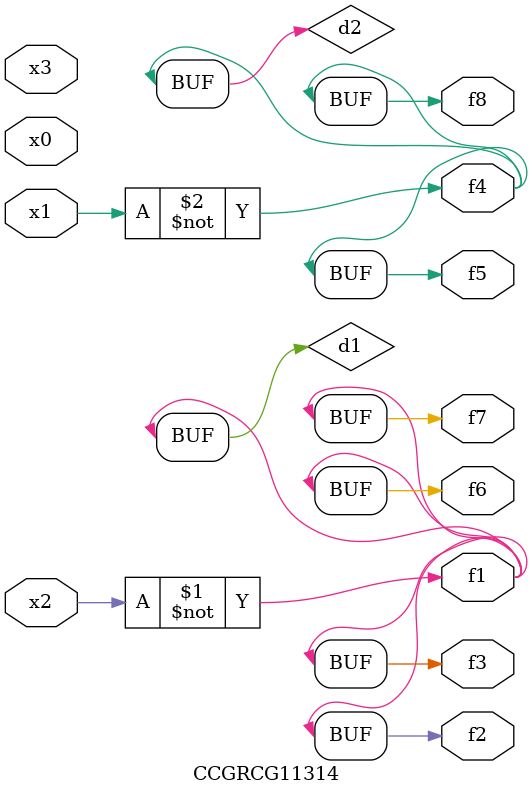
<source format=v>
module CCGRCG11314(
	input x0, x1, x2, x3,
	output f1, f2, f3, f4, f5, f6, f7, f8
);

	wire d1, d2;

	xnor (d1, x2);
	not (d2, x1);
	assign f1 = d1;
	assign f2 = d1;
	assign f3 = d1;
	assign f4 = d2;
	assign f5 = d2;
	assign f6 = d1;
	assign f7 = d1;
	assign f8 = d2;
endmodule

</source>
